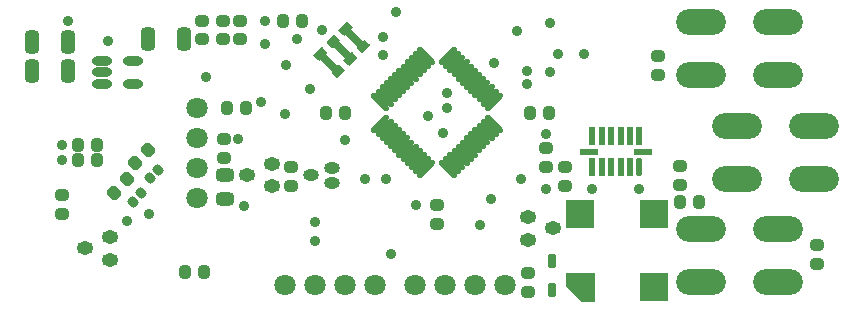
<source format=gbs>
G04 Layer_Color=16711935*
%FSLAX44Y44*%
%MOMM*%
G71*
G01*
G75*
%ADD33R,1.5000X0.5500*%
G04:AMPARAMS|DCode=34|XSize=1.5mm|YSize=0.55mm|CornerRadius=0mm|HoleSize=0mm|Usage=FLASHONLY|Rotation=90.000|XOffset=0mm|YOffset=0mm|HoleType=Round|Shape=Octagon|*
%AMOCTAGOND34*
4,1,8,0.1375,0.7500,-0.1375,0.7500,-0.2750,0.6125,-0.2750,-0.6125,-0.1375,-0.7500,0.1375,-0.7500,0.2750,-0.6125,0.2750,0.6125,0.1375,0.7500,0.0*
%
%ADD34OCTAGOND34*%

%ADD35R,0.5500X1.5000*%
G04:AMPARAMS|DCode=49|XSize=1.1532mm|YSize=1.0032mm|CornerRadius=0.3016mm|HoleSize=0mm|Usage=FLASHONLY|Rotation=270.000|XOffset=0mm|YOffset=0mm|HoleType=Round|Shape=RoundedRectangle|*
%AMROUNDEDRECTD49*
21,1,1.1532,0.4000,0,0,270.0*
21,1,0.5500,1.0032,0,0,270.0*
1,1,0.6032,-0.2000,-0.2750*
1,1,0.6032,-0.2000,0.2750*
1,1,0.6032,0.2000,0.2750*
1,1,0.6032,0.2000,-0.2750*
%
%ADD49ROUNDEDRECTD49*%
G04:AMPARAMS|DCode=53|XSize=1.9532mm|YSize=1.2032mm|CornerRadius=0.3516mm|HoleSize=0mm|Usage=FLASHONLY|Rotation=270.000|XOffset=0mm|YOffset=0mm|HoleType=Round|Shape=RoundedRectangle|*
%AMROUNDEDRECTD53*
21,1,1.9532,0.5000,0,0,270.0*
21,1,1.2500,1.2032,0,0,270.0*
1,1,0.7032,-0.2500,-0.6250*
1,1,0.7032,-0.2500,0.6250*
1,1,0.7032,0.2500,0.6250*
1,1,0.7032,0.2500,-0.6250*
%
%ADD53ROUNDEDRECTD53*%
G04:AMPARAMS|DCode=60|XSize=1.1532mm|YSize=1.0032mm|CornerRadius=0.3016mm|HoleSize=0mm|Usage=FLASHONLY|Rotation=0.000|XOffset=0mm|YOffset=0mm|HoleType=Round|Shape=RoundedRectangle|*
%AMROUNDEDRECTD60*
21,1,1.1532,0.4000,0,0,0.0*
21,1,0.5500,1.0032,0,0,0.0*
1,1,0.6032,0.2750,-0.2000*
1,1,0.6032,-0.2750,-0.2000*
1,1,0.6032,-0.2750,0.2000*
1,1,0.6032,0.2750,0.2000*
%
%ADD60ROUNDEDRECTD60*%
%ADD61C,1.8032*%
%ADD63C,0.9032*%
G04:AMPARAMS|DCode=64|XSize=0.8532mm|YSize=0.8032mm|CornerRadius=0.2516mm|HoleSize=0mm|Usage=FLASHONLY|Rotation=135.000|XOffset=0mm|YOffset=0mm|HoleType=Round|Shape=RoundedRectangle|*
%AMROUNDEDRECTD64*
21,1,0.8532,0.3000,0,0,135.0*
21,1,0.3500,0.8032,0,0,135.0*
1,1,0.5032,-0.0177,0.2298*
1,1,0.5032,0.2298,-0.0177*
1,1,0.5032,0.0177,-0.2298*
1,1,0.5032,-0.2298,0.0177*
%
%ADD64ROUNDEDRECTD64*%
%ADD65O,1.4032X1.1032*%
%ADD66O,1.7032X0.8032*%
G04:AMPARAMS|DCode=67|XSize=0.6032mm|YSize=2.8032mm|CornerRadius=0mm|HoleSize=0mm|Usage=FLASHONLY|Rotation=225.000|XOffset=0mm|YOffset=0mm|HoleType=Round|Shape=Rectangle|*
%AMROTATEDRECTD67*
4,1,4,-0.7778,1.2043,1.2043,-0.7778,0.7778,-1.2043,-1.2043,0.7778,-0.7778,1.2043,0.0*
%
%ADD67ROTATEDRECTD67*%

G04:AMPARAMS|DCode=68|XSize=0.5032mm|YSize=2.0032mm|CornerRadius=0mm|HoleSize=0mm|Usage=FLASHONLY|Rotation=225.000|XOffset=0mm|YOffset=0mm|HoleType=Round|Shape=Round|*
%AMOVALD68*
21,1,1.5000,0.5032,0.0000,0.0000,315.0*
1,1,0.5032,-0.5303,0.5303*
1,1,0.5032,0.5303,-0.5303*
%
%ADD68OVALD68*%

G04:AMPARAMS|DCode=69|XSize=0.5032mm|YSize=2.0032mm|CornerRadius=0mm|HoleSize=0mm|Usage=FLASHONLY|Rotation=315.000|XOffset=0mm|YOffset=0mm|HoleType=Round|Shape=Round|*
%AMOVALD69*
21,1,1.5000,0.5032,0.0000,0.0000,45.0*
1,1,0.5032,-0.5303,-0.5303*
1,1,0.5032,0.5303,0.5303*
%
%ADD69OVALD69*%

G04:AMPARAMS|DCode=70|XSize=1.5532mm|YSize=1.1032mm|CornerRadius=0.3266mm|HoleSize=0mm|Usage=FLASHONLY|Rotation=0.000|XOffset=0mm|YOffset=0mm|HoleType=Round|Shape=RoundedRectangle|*
%AMROUNDEDRECTD70*
21,1,1.5532,0.4500,0,0,0.0*
21,1,0.9000,1.1032,0,0,0.0*
1,1,0.6532,0.4500,-0.2250*
1,1,0.6532,-0.4500,-0.2250*
1,1,0.6532,-0.4500,0.2250*
1,1,0.6532,0.4500,0.2250*
%
%ADD70ROUNDEDRECTD70*%
%ADD71O,1.3532X1.0032*%
G04:AMPARAMS|DCode=72|XSize=1.1532mm|YSize=1.0032mm|CornerRadius=0.3016mm|HoleSize=0mm|Usage=FLASHONLY|Rotation=135.000|XOffset=0mm|YOffset=0mm|HoleType=Round|Shape=RoundedRectangle|*
%AMROUNDEDRECTD72*
21,1,1.1532,0.4000,0,0,135.0*
21,1,0.5500,1.0032,0,0,135.0*
1,1,0.6032,-0.0530,0.3359*
1,1,0.6032,0.3359,-0.0530*
1,1,0.6032,0.0530,-0.3359*
1,1,0.6032,-0.3359,0.0530*
%
%ADD72ROUNDEDRECTD72*%
G04:AMPARAMS|DCode=73|XSize=1.2532mm|YSize=0.7032mm|CornerRadius=0.2266mm|HoleSize=0mm|Usage=FLASHONLY|Rotation=90.000|XOffset=0mm|YOffset=0mm|HoleType=Round|Shape=RoundedRectangle|*
%AMROUNDEDRECTD73*
21,1,1.2532,0.2500,0,0,90.0*
21,1,0.8000,0.7032,0,0,90.0*
1,1,0.4532,0.1250,0.4000*
1,1,0.4532,0.1250,-0.4000*
1,1,0.4532,-0.1250,-0.4000*
1,1,0.4532,-0.1250,0.4000*
%
%ADD73ROUNDEDRECTD73*%
%ADD74R,2.4032X2.4032*%
%ADD75R,1.2032X1.2032*%
%ADD76O,4.2032X2.2032*%
G36*
X317822Y242462D02*
X317862Y242435D01*
X317963Y242347D01*
X321498Y238812D01*
X321586Y238712D01*
X321613Y238671D01*
X322192Y238092D01*
X321613Y237512D01*
X321586Y237472D01*
X321498Y237372D01*
X321498Y237372D01*
X320804Y236678D01*
X330678Y226804D01*
X331372Y227498D01*
X331472Y227586D01*
X331512Y227613D01*
X332092Y228192D01*
X332671Y227613D01*
X332712Y227586D01*
X332812Y227498D01*
X336347Y223963D01*
X336435Y223862D01*
X336462Y223822D01*
X337042Y223243D01*
X336462Y222663D01*
X336435Y222623D01*
X336347Y222523D01*
X330691Y216866D01*
X330590Y216778D01*
X330550Y216751D01*
X329971Y216172D01*
X329391Y216751D01*
X329351Y216778D01*
X329251Y216866D01*
X325715Y220401D01*
X325627Y220501D01*
X325601Y220541D01*
X325021Y221121D01*
X325600Y221701D01*
X325627Y221741D01*
X325715Y221841D01*
X326409Y222535D01*
X316536Y232409D01*
X315841Y231715D01*
X315741Y231627D01*
X315701Y231600D01*
X315121Y231021D01*
X314542Y231600D01*
X314501Y231627D01*
X314401Y231715D01*
X310866Y235251D01*
X310778Y235351D01*
X310751Y235391D01*
X310172Y235970D01*
X310751Y236550D01*
X310778Y236590D01*
X310866Y236691D01*
X310866Y236691D01*
X316523Y242347D01*
X316623Y242435D01*
X316663Y242462D01*
X317243Y243042D01*
X317822Y242462D01*
D02*
G37*
G36*
X307215Y231856D02*
X307256Y231829D01*
X307356Y231741D01*
X310892Y228205D01*
X310979Y228105D01*
X311007Y228064D01*
X311586Y227485D01*
X311006Y226906D01*
X310979Y226865D01*
X310892Y226765D01*
X310197Y226071D01*
X320071Y216197D01*
X320765Y216891D01*
X320865Y216979D01*
X320906Y217006D01*
X321485Y217586D01*
X322065Y217006D01*
X322105Y216979D01*
X322205Y216891D01*
X325741Y213356D01*
X325829Y213256D01*
X325855Y213216D01*
X326435Y212636D01*
X325855Y212057D01*
X325829Y212016D01*
X325741Y211916D01*
X320084Y206259D01*
X319984Y206171D01*
X319943Y206144D01*
X319364Y205565D01*
X318784Y206145D01*
X318744Y206171D01*
X318644Y206259D01*
X315109Y209795D01*
X315021Y209895D01*
X314994Y209935D01*
X314414Y210515D01*
X314994Y211094D01*
X315021Y211135D01*
X315109Y211235D01*
X315803Y211929D01*
X305929Y221803D01*
X305235Y221108D01*
X305135Y221021D01*
X305094Y220994D01*
X304515Y220414D01*
X303935Y220994D01*
X303895Y221021D01*
X303795Y221108D01*
X300259Y224644D01*
X300171Y224744D01*
X300145Y224784D01*
X299565Y225364D01*
X300145Y225944D01*
X300172Y225984D01*
X300259Y226084D01*
X300259Y226084D01*
X305916Y231741D01*
X306016Y231829D01*
X306056Y231856D01*
X306636Y232435D01*
X307215Y231856D01*
D02*
G37*
G36*
X296609Y221249D02*
X296649Y221222D01*
X296749Y221134D01*
X300285Y217599D01*
X300373Y217498D01*
X300400Y217458D01*
X300979Y216879D01*
X300400Y216299D01*
X300373Y216259D01*
X300285Y216159D01*
X299591Y215464D01*
X309464Y205591D01*
X310159Y206285D01*
X310259Y206373D01*
X310299Y206400D01*
X310879Y206979D01*
X311458Y206400D01*
X311499Y206373D01*
X311599Y206285D01*
X315134Y202749D01*
X315222Y202649D01*
X315249Y202609D01*
X315828Y202029D01*
X315249Y201450D01*
X315222Y201410D01*
X315134Y201310D01*
X309477Y195653D01*
X309377Y195565D01*
X309337Y195538D01*
X308757Y194958D01*
X308178Y195538D01*
X308137Y195565D01*
X308037Y195653D01*
X304502Y199188D01*
X304414Y199288D01*
X304387Y199328D01*
X303808Y199908D01*
X304387Y200488D01*
X304414Y200528D01*
X304502Y200628D01*
X305196Y201322D01*
X295322Y211196D01*
X294628Y210502D01*
X294528Y210414D01*
X294487Y210387D01*
X293908Y209808D01*
X293328Y210387D01*
X293288Y210414D01*
X293188Y210502D01*
X289653Y214037D01*
X289565Y214137D01*
X289538Y214178D01*
X288958Y214757D01*
X289538Y215337D01*
X289565Y215377D01*
X289653Y215477D01*
X295310Y221134D01*
X295410Y221222D01*
X295450Y221249D01*
X296029Y221828D01*
X296609Y221249D01*
D02*
G37*
G36*
X527000Y6000D02*
X516000D01*
X503000Y19000D01*
Y30000D01*
X527000D01*
Y6000D01*
D02*
G37*
D33*
X568000Y133000D02*
D03*
X522000Y133000D02*
D03*
D34*
X565000Y120000D02*
D03*
D35*
X557000D02*
D03*
X549000D02*
D03*
X541000Y120000D02*
D03*
X533000D02*
D03*
X525000D02*
D03*
Y146000D02*
D03*
X533000D02*
D03*
X541000Y146000D02*
D03*
X549000D02*
D03*
X557000D02*
D03*
X565000D02*
D03*
D49*
X106000Y139000D02*
D03*
X90000D02*
D03*
X106000Y126000D02*
D03*
X90000D02*
D03*
X263000Y244000D02*
D03*
X279000D02*
D03*
X300000Y166000D02*
D03*
X316000D02*
D03*
X615000Y90000D02*
D03*
X599000D02*
D03*
X488000Y166000D02*
D03*
X472000D02*
D03*
X232000Y170000D02*
D03*
X216000D02*
D03*
X196000Y31000D02*
D03*
X180000D02*
D03*
D53*
X51000Y201000D02*
D03*
X81000D02*
D03*
X149000Y228000D02*
D03*
X179000D02*
D03*
X51000Y226000D02*
D03*
X81000D02*
D03*
D60*
X227000Y244000D02*
D03*
Y228000D02*
D03*
X486000Y136000D02*
D03*
Y120000D02*
D03*
X270000Y104000D02*
D03*
Y120000D02*
D03*
X213000Y128000D02*
D03*
Y144000D02*
D03*
X195000Y244000D02*
D03*
Y228000D02*
D03*
X76000Y80000D02*
D03*
Y96000D02*
D03*
X471000Y14000D02*
D03*
Y30000D02*
D03*
X599000Y121000D02*
D03*
Y105000D02*
D03*
X581000Y214000D02*
D03*
Y198000D02*
D03*
X715000Y54000D02*
D03*
Y38000D02*
D03*
X502000Y104000D02*
D03*
Y120000D02*
D03*
X394000Y72000D02*
D03*
Y88000D02*
D03*
X212000Y244000D02*
D03*
Y228000D02*
D03*
D61*
X375000Y20000D02*
D03*
X400400D02*
D03*
X425800D02*
D03*
X451200D02*
D03*
X190000Y170000D02*
D03*
Y144600D02*
D03*
X190000Y119200D02*
D03*
X190000Y93800D02*
D03*
X265000Y20000D02*
D03*
X290400D02*
D03*
X315800D02*
D03*
X341200D02*
D03*
D63*
X296364Y235636D02*
D03*
X359000Y251000D02*
D03*
X348000Y230000D02*
D03*
Y215000D02*
D03*
X131000Y74000D02*
D03*
X150000Y80000D02*
D03*
X398829Y149000D02*
D03*
X402000Y170000D02*
D03*
X376000Y88000D02*
D03*
X486000Y101000D02*
D03*
X316000Y143000D02*
D03*
X439000Y93000D02*
D03*
X355000Y46000D02*
D03*
X248000Y224000D02*
D03*
X266000Y206000D02*
D03*
X248000Y244000D02*
D03*
X386000Y163000D02*
D03*
X333000Y110000D02*
D03*
X489000Y242000D02*
D03*
X275000Y228000D02*
D03*
X198000Y196000D02*
D03*
X245000Y175000D02*
D03*
X265000Y165000D02*
D03*
X81000Y244000D02*
D03*
X230000Y87000D02*
D03*
X402000Y183000D02*
D03*
X442000Y208000D02*
D03*
X518000Y216000D02*
D03*
X496000D02*
D03*
X470000Y190000D02*
D03*
Y201000D02*
D03*
X461000Y235000D02*
D03*
X489000Y200000D02*
D03*
X115000Y227000D02*
D03*
X76000Y126000D02*
D03*
Y139000D02*
D03*
X290000Y73000D02*
D03*
Y57000D02*
D03*
X430000Y71000D02*
D03*
X525000Y101000D02*
D03*
X565000D02*
D03*
X286000Y186000D02*
D03*
X225000Y144000D02*
D03*
X350000Y110000D02*
D03*
X465000D02*
D03*
X486000Y148000D02*
D03*
D64*
X157426Y117556D02*
D03*
X150355Y110485D02*
D03*
X136021Y90565D02*
D03*
X143092Y97636D02*
D03*
D65*
X95500Y51000D02*
D03*
X116500Y60500D02*
D03*
Y41500D02*
D03*
X470500Y77500D02*
D03*
Y58500D02*
D03*
X491500Y68000D02*
D03*
X253500Y103500D02*
D03*
Y122500D02*
D03*
X232500Y113000D02*
D03*
D66*
X110050Y200000D02*
D03*
X135950Y190500D02*
D03*
X110050D02*
D03*
X135950Y209500D02*
D03*
X110050D02*
D03*
D67*
X302393Y208393D02*
D03*
X313000Y219000D02*
D03*
X323607Y229607D02*
D03*
D68*
X345653Y175172D02*
D03*
X349189Y178707D02*
D03*
X352724Y182243D02*
D03*
X356260Y185778D02*
D03*
X359795Y189314D02*
D03*
X363331Y192849D02*
D03*
X366866Y196385D02*
D03*
X370402Y199920D02*
D03*
X373938Y203456D02*
D03*
X377473Y206991D02*
D03*
X381009Y210527D02*
D03*
X384544Y214062D02*
D03*
X441820Y156787D02*
D03*
X438284Y153251D02*
D03*
X434749Y149716D02*
D03*
X431213Y146180D02*
D03*
X427678Y142645D02*
D03*
X424142Y139109D02*
D03*
X420607Y135574D02*
D03*
X417071Y132038D02*
D03*
X413535Y128503D02*
D03*
X410000Y124967D02*
D03*
X406465Y121432D02*
D03*
X402929Y117896D02*
D03*
D69*
Y214062D02*
D03*
X406465Y210527D02*
D03*
X410000Y206991D02*
D03*
X413535Y203456D02*
D03*
X417071Y199920D02*
D03*
X420607Y196385D02*
D03*
X424142Y192849D02*
D03*
X427678Y189314D02*
D03*
X431213Y185778D02*
D03*
X434749Y182243D02*
D03*
X438284Y178707D02*
D03*
X441820Y175172D02*
D03*
X384544Y117896D02*
D03*
X381009Y121432D02*
D03*
X377473Y124967D02*
D03*
X373938Y128503D02*
D03*
X370402Y132038D02*
D03*
X366866Y135574D02*
D03*
X363331Y139109D02*
D03*
X359795Y142645D02*
D03*
X356260Y146180D02*
D03*
X352724Y149716D02*
D03*
X349189Y153251D02*
D03*
X345653Y156787D02*
D03*
D70*
X214000Y113000D02*
D03*
Y93000D02*
D03*
D71*
X287000Y113000D02*
D03*
X305000Y119500D02*
D03*
Y106500D02*
D03*
D72*
X131071Y109657D02*
D03*
X119757Y98343D02*
D03*
X148941Y134527D02*
D03*
X137627Y123213D02*
D03*
D73*
X491000Y40000D02*
D03*
Y16000D02*
D03*
D74*
X577000Y80000D02*
D03*
X515000D02*
D03*
X577000Y18000D02*
D03*
D75*
X521000Y24000D02*
D03*
D76*
X682500Y242500D02*
D03*
X617500D02*
D03*
Y197500D02*
D03*
X682500D02*
D03*
X712500Y155000D02*
D03*
X647500D02*
D03*
Y110000D02*
D03*
X712500D02*
D03*
X682500Y67500D02*
D03*
X617500D02*
D03*
Y22500D02*
D03*
X682500D02*
D03*
M02*

</source>
